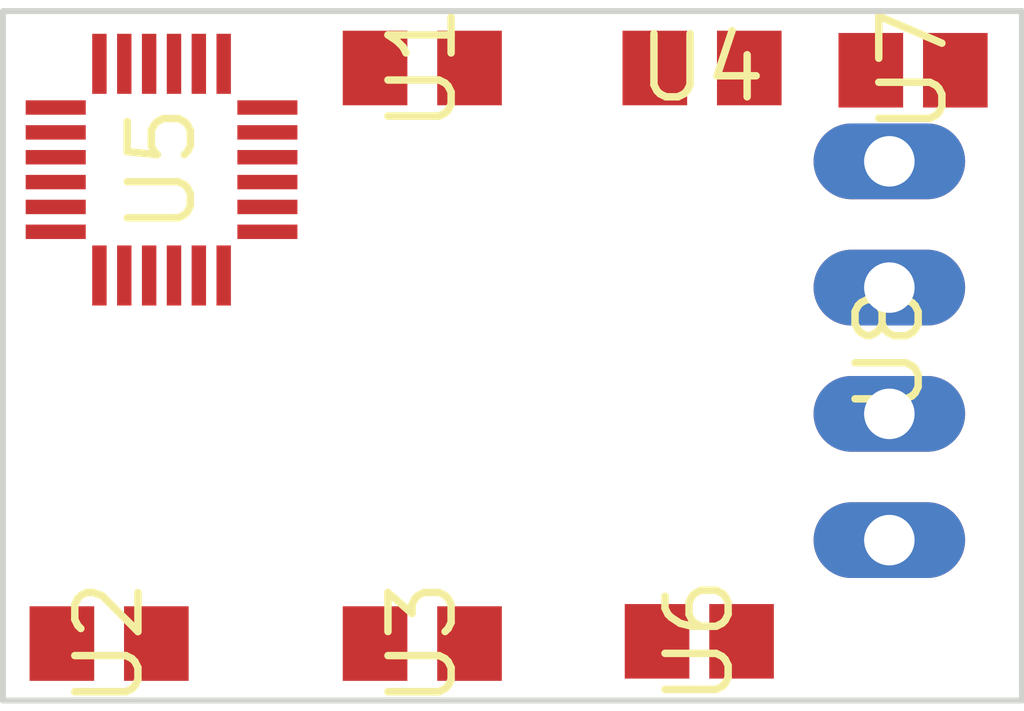
<source format=kicad_pcb>
(kicad_pcb (version 20221018) (generator pcbnew)
  (layers (0 "F.Cu" signal "Top") (31 "B.Cu" signal "Bottom") (34 "B.Paste" user) (35 "F.Paste" user) (36 "B.SilkS" user "B.Silkscreen") (37 "F.SilkS" user "F.Silkscreen") (38 "B.Mask" user) (39 "F.Mask" user) (44 "Edge.Cuts" user))
  (net 0 "")
  (net 1 "GND")
  (net 2 "VDD")
  (net 3 "/SDA")
  (net 4 "/SCL")
  (net 5 "Net-(R2-Pad1)")
  (net 6 "Net-(R1-Pad1)")
  (net 7 "Net-(U1-Pad14)")
  (net 8 "Net-(U1-Pad13)")
  (net 9 "Net-(U1-Pad12)")
  (net 10 "Net-(U1-Pad11)")
  (net 11 "Net-(U1-Pad10)")
  (net 12 "Net-(C1-Pad1)")
  (net 13 "Net-(C1-Pad2)")
  (net 14 "Net-(C2-Pad2)")
  (net 15 "Net-(U1-Pad1)")
  (footprint "imu:LGA-24" (layer "F.Cu") (at 141.44219999999999 101.25939999999999 0)
    (fp_text reference "U5" (at 0 0 270) (layer "F.SilkS") (effects (font (size 1.27 1.27))))
    (fp_text value "" (at 0 0 270) (layer "F.SilkS") (effects (font (size 1.27 1.27))))
    (pad "1" smd rect (at -2.129 -1.25 90) (size 0.29 1.208) (layers "F.Cu" "F.Paste" "F.Mask") (net 15 "Net-(U1-Pad1)"))
    (pad "2" smd rect (at -2.129 -0.75 90) (size 0.29 1.208) (layers "F.Cu" "F.Paste" "F.Mask") (net 1 "GND"))
    (pad "3" smd rect (at -2.129 -0.25 90) (size 0.29 1.208) (layers "F.Cu" "F.Paste" "F.Mask") (net 1 "GND"))
    (pad "4" smd rect (at -2.129 0.25 90) (size 0.29 1.208) (layers "F.Cu" "F.Paste" "F.Mask") (net 1 "GND"))
    (pad "5" smd rect (at -2.129 0.75 90) (size 0.29 1.208) (layers "F.Cu" "F.Paste" "F.Mask") (net 1 "GND"))
    (pad "6" smd rect (at -2.129 1.25 90) (size 0.29 1.208) (layers "F.Cu" "F.Paste" "F.Mask") (net 1 "GND"))
    (pad "7" smd rect (at -1.25 2.129 180) (size 0.29 1.208) (layers "F.Cu" "F.Paste" "F.Mask") (net 14 "Net-(C2-Pad2)"))
    (pad "8" smd rect (at -0.75 2.129 180) (size 0.29 1.208) (layers "F.Cu" "F.Paste" "F.Mask") (net 13 "Net-(C1-Pad2)"))
    (pad "9" smd rect (at -0.25 2.129 180) (size 0.29 1.208) (layers "F.Cu" "F.Paste" "F.Mask") (net 12 "Net-(C1-Pad1)"))
    (pad "10" smd rect (at 0.25 2.129 180) (size 0.29 1.208) (layers "F.Cu" "F.Paste" "F.Mask") (net 11 "Net-(U1-Pad10)"))
    (pad "11" smd rect (at 0.75 2.129 180) (size 0.29 1.208) (layers "F.Cu" "F.Paste" "F.Mask") (net 10 "Net-(U1-Pad11)"))
    (pad "12" smd rect (at 1.25 2.129 180) (size 0.29 1.208) (layers "F.Cu" "F.Paste" "F.Mask") (net 9 "Net-(U1-Pad12)"))
    (pad "13" smd rect (at 2.129 1.25 270) (size 0.29 1.208) (layers "F.Cu" "F.Paste" "F.Mask") (net 8 "Net-(U1-Pad13)"))
    (pad "14" smd rect (at 2.129 0.75 270) (size 0.29 1.208) (layers "F.Cu" "F.Paste" "F.Mask") (net 7 "Net-(U1-Pad14)"))
    (pad "15" smd rect (at 2.129 0.25 270) (size 0.29 1.208) (layers "F.Cu" "F.Paste" "F.Mask") (net 2 "VDD"))
    (pad "16" smd rect (at 2.129 -0.25 270) (size 0.29 1.208) (layers "F.Cu" "F.Paste" "F.Mask") (net 2 "VDD"))
    (pad "17" smd rect (at 2.129 -0.75 270) (size 0.29 1.208) (layers "F.Cu" "F.Paste" "F.Mask") (net 2 "VDD"))
    (pad "18" smd rect (at 2.129 -1.25 270) (size 0.29 1.208) (layers "F.Cu" "F.Paste" "F.Mask") (net 2 "VDD"))
    (pad "19" smd rect (at 1.25 -2.129 0) (size 0.29 1.208) (layers "F.Cu" "F.Paste" "F.Mask") (net 6 "Net-(R1-Pad1)"))
    (pad "20" smd rect (at 0.75 -2.129 0) (size 0.29 1.208) (layers "F.Cu" "F.Paste" "F.Mask") (net 5 "Net-(R2-Pad1)"))
    (pad "21" smd rect (at 0.25 -2.129 0) (size 0.29 1.208) (layers "F.Cu" "F.Paste" "F.Mask") (net 4 "/SCL"))
    (pad "22" smd rect (at -0.25 -2.129 0) (size 0.29 1.208) (layers "F.Cu" "F.Paste" "F.Mask") (net 1 "GND"))
    (pad "23" smd rect (at -0.75 -2.129 0) (size 0.29 1.208) (layers "F.Cu" "F.Paste" "F.Mask") (net 1 "GND"))
    (pad "24" smd rect (at -1.25 -2.129 0) (size 0.29 1.208) (layers "F.Cu" "F.Paste" "F.Mask") (net 3 "/SDA"))
  )
  (footprint "imu:C0805" (layer "F.Cu") (at 146.6872 99.21440000000001 0)
    (fp_text reference "U1" (at 0 0 270) (layer "F.SilkS") (effects (font (size 1.27 1.27))))
    (fp_text value "" (at 0 0 270) (layer "F.SilkS") (effects (font (size 1.27 1.27))))
    (pad "1" smd rect (at -0.95 0 0) (size 1.3 1.5) (layers "F.Cu" "F.Paste" "F.Mask") (net 2 "VDD"))
    (pad "2" smd rect (at 0.95 0 0) (size 1.3 1.5) (layers "F.Cu" "F.Paste" "F.Mask") (net 1 "GND"))
  )
  (footprint "imu:C0805" (layer "F.Cu") (at 140.3872 110.7928 0)
    (fp_text reference "U2" (at 0 0 270) (layer "F.SilkS") (effects (font (size 1.27 1.27))))
    (fp_text value "" (at 0 0 270) (layer "F.SilkS") (effects (font (size 1.27 1.27))))
    (pad "1" smd rect (at -0.95 0 0) (size 1.3 1.5) (layers "F.Cu" "F.Paste" "F.Mask") (net 2 "VDD"))
    (pad "2" smd rect (at 0.95 0 0) (size 1.3 1.5) (layers "F.Cu" "F.Paste" "F.Mask") (net 1 "GND"))
  )
  (footprint "imu:C0805" (layer "F.Cu") (at 146.6872 110.7928 0)
    (fp_text reference "U3" (at 0 0 90) (layer "F.SilkS") (effects (font (size 1.27 1.27))))
    (fp_text value "" (at 0 0 90) (layer "F.SilkS") (effects (font (size 1.27 1.27))))
    (pad "1" smd rect (at -0.95 0 0) (size 1.3 1.5) (layers "F.Cu" "F.Paste" "F.Mask") (net 12 "Net-(C1-Pad1)"))
    (pad "2" smd rect (at 0.95 0 0) (size 1.3 1.5) (layers "F.Cu" "F.Paste" "F.Mask") (net 13 "Net-(C1-Pad2)"))
  )
  (footprint "imu:C0805" (layer "F.Cu") (at 152.31499999999994 99.21440000000001 0)
    (fp_text reference "U4" (at 0 0 180) (layer "F.SilkS") (effects (font (size 1.27 1.27))))
    (fp_text value "" (at 0 0 180) (layer "F.SilkS") (effects (font (size 1.27 1.27))))
    (pad "1" smd rect (at -0.95 0 0) (size 1.3 1.5) (layers "F.Cu" "F.Paste" "F.Mask") (net 1 "GND"))
    (pad "2" smd rect (at 0.95 0 0) (size 1.3 1.5) (layers "F.Cu" "F.Paste" "F.Mask") (net 14 "Net-(C2-Pad2)"))
  )
  (footprint "imu:R0805" (layer "F.Cu") (at 152.26 110.7478 0)
    (fp_text reference "U6" (at 0 0 270) (layer "F.SilkS") (effects (font (size 1.27 1.27))))
    (fp_text value "" (at 0 0 270) (layer "F.SilkS") (effects (font (size 1.27 1.27))))
    (pad "1" smd rect (at -0.85 0 0) (size 1.3 1.5) (layers "F.Cu" "F.Paste" "F.Mask") (net 6 "Net-(R1-Pad1)"))
    (pad "2" smd rect (at 0.85 0 0) (size 1.3 1.5) (layers "F.Cu" "F.Paste" "F.Mask") (net 2 "VDD"))
  )
  (footprint "imu:R0805" (layer "F.Cu") (at 156.56 99.2594 0)
    (fp_text reference "U7" (at 0 0 270) (layer "F.SilkS") (effects (font (size 1.27 1.27))))
    (fp_text value "" (at 0 0 270) (layer "F.SilkS") (effects (font (size 1.27 1.27))))
    (pad "1" smd rect (at -0.85 0 0) (size 1.3 1.5) (layers "F.Cu" "F.Paste" "F.Mask") (net 5 "Net-(R2-Pad1)"))
    (pad "2" smd rect (at 0.85 0 0) (size 1.3 1.5) (layers "F.Cu" "F.Paste" "F.Mask") (net 2 "VDD"))
  )
  (footprint "imu:MA04-1" (layer "F.Cu") (at 156.083 104.902 90)
    (fp_text reference "U8" (at 0 0 90) (layer "F.SilkS") (effects (font (size 1.27 1.27))))
    (fp_text value "" (at 0 0 90) (layer "F.SilkS") (effects (font (size 1.27 1.27))))
    (pad "1" thru_hole oval locked (at -3.81 0 180) (size 3.048 1.524) (drill 1.016) (layers *.Cu *.Mask) (net 2 "VDD"))
    (pad "2" thru_hole oval locked (at -1.27 0 180) (size 3.048 1.524) (drill 1.016) (layers *.Cu *.Mask) (net 4 "/SCL"))
    (pad "3" thru_hole oval locked (at 1.27 0 180) (size 3.048 1.524) (drill 1.016) (layers *.Cu *.Mask) (net 3 "/SDA"))
    (pad "4" thru_hole oval locked (at 3.81 0 180) (size 3.048 1.524) (drill 1.016) (layers *.Cu *.Mask) (net 1 "GND"))
  )
  (gr_line (start 138.2522 98.0694) (end 158.75 98.0694) (layer "Edge.Cuts") (width 0.12))
  (gr_line (start 158.75 98.0694) (end 158.75 111.9378) (layer "Edge.Cuts") (width 0.12))
  (gr_line (start 138.2522 111.9378) (end 138.2522 98.0694) (layer "Edge.Cuts") (width 0.12))
  (gr_line (start 158.75 111.9378) (end 138.2522 111.9378) (layer "Edge.Cuts") (width 0.12))
)
</source>
